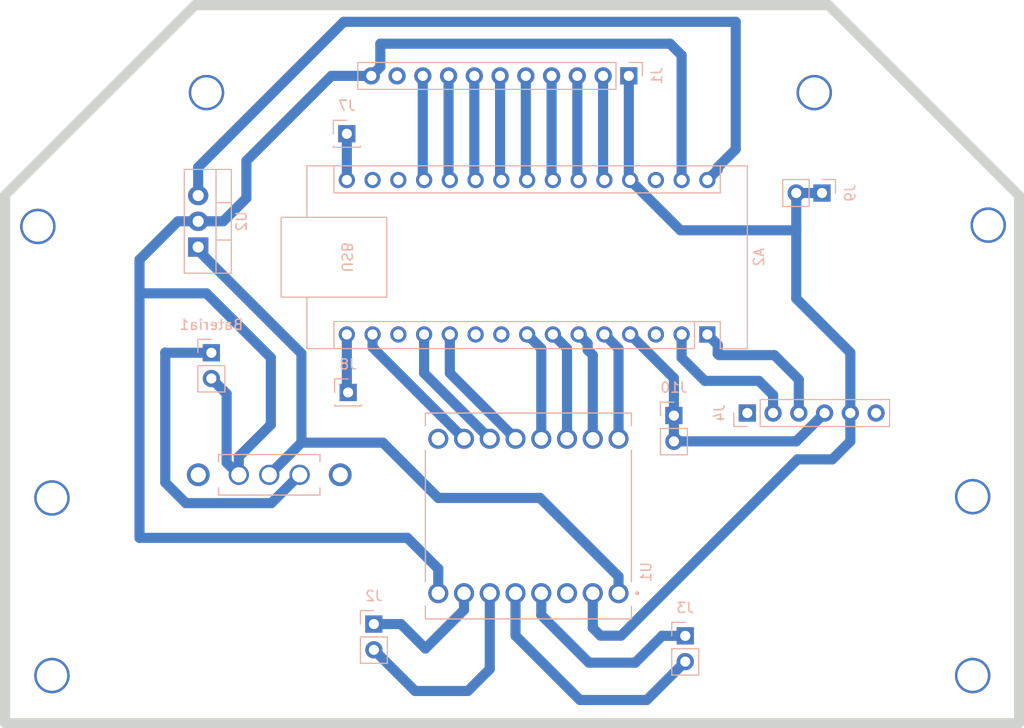
<source format=kicad_pcb>
(kicad_pcb (version 20240108) (generator "pcbnew") (generator_version "8.0")
  (layers (0 "F.Cu" signal) (31 "B.Cu" signal) (34 "B.Paste" user) (35 "F.Paste" user) (36 "B.SilkS" user "B.Silkscreen") (37 "F.SilkS" user "F.Silkscreen") (38 "B.Mask" user) (39 "F.Mask" user) (44 "Edge.Cuts" user))
  (net 0 "")
  (net 3 "Net-(A2-D12)")
  (net 4 "Net-(A2-A1)")
  (net 5 "Net-(A2-A4)")
  (net 7 "Bateria Arduino")
  (net 8 "Net-(A2-A0)")
  (net 9 "Net-(A2-A7)")
  (net 10 "Net-(A2-A6)")
  (net 11 "Net-(A2-A3)")
  (net 12 "Net-(A2-A5)")
  (net 14 "Net-(A2-D13)")
  (net 16 "Net-(A2-D9)")
  (net 18 "Net-(A2-A2)")
  (net 20 "Alimentação sensores")
  (net 21 "Net-(Bateria1-+)")
  (net 22 "Net-(A2-D8)")
  (net 25 "Net-(A2-D3)")
  (net 26 "Net-(A2-D4)")
  (net 27 "Net-(A2-D5)")
  (net 28 "Net-(A2-D2)")
  (net 29 "Net-(A2-D11)")
  (net 30 "GND")
  (net 31 "Net-(J3--)")
  (net 32 "Net-(J2-+)")
  (net 33 "Net-(J2--)")
  (net 34 "Net-(J3-+)")
  (net 35 "Net-(A2-D1{slash}TX)")
  (net 36 "Net-(A2-D0{slash}RX)")
  (net 40 "Net-(U1-VM)")
  (footprint "ROB_14450:MODULE_ROB-14450" (layer "B.Cu") (at 190.110624 134.62 90)
    (property "Reference" "U1" (at -5.5332 11.6132 -90) (layer "B.SilkS") (effects (justify mirror)))
    (property "Value" "ROB-14450")
    (fp_line (start 10.16 -10.16) (end 8.89 -10.16) (stroke (width 0.127)) (layer "B.SilkS"))
    (fp_line (start 6.5 -10.16) (end -6.5 -10.16) (stroke (width 0.127)) (layer "B.SilkS"))
    (fp_line (start -10.16 -10.16) (end -8.89 -10.16) (stroke (width 0.127)) (layer "B.SilkS"))
    (fp_line (start -10.16 -10.16) (end -10.16 10.16) (stroke (width 0.127)) (layer "B.SilkS"))
    (fp_line (start 10.16 10.16) (end 10.16 -10.16) (stroke (width 0.127)) (layer "B.SilkS"))
    (fp_line (start 10.16 10.16) (end 8.89 10.16) (stroke (width 0.127)) (layer "B.SilkS"))
    (fp_line (start 6.5 10.16) (end -6.5 10.16) (stroke (width 0.127)) (layer "B.SilkS"))
    (fp_line (start -10.16 10.16) (end -8.89 10.16) (stroke (width 0.127)) (layer "B.SilkS"))
    (fp_circle (center -7.62 10.7282) (end -7.52 10.7282) (stroke (width 0.2)) (fill none) (layer "B.SilkS"))
    (pad "1" thru_hole circle (at -7.62 8.89 90) (size 1.98 1.98) (drill 1.32) (layers "*.Cu" "*.Mask") (net 40 "Net-(U1-VM)"))
    (pad "2" thru_hole circle (at -7.62 6.35 90) (size 1.98 1.98) (drill 1.32) (layers "*.Cu" "*.Mask") (net 20 "Alimentação sensores"))
    (pad "3" thru_hole circle (at -7.62 3.81 90) (size 1.98 1.98) (drill 1.32) (layers "*.Cu" "*.Mask"))
    (pad "4" thru_hole circle (at -7.62 1.27 90) (size 1.98 1.98) (drill 1.32) (layers "*.Cu" "*.Mask") (net 34 "Net-(J3-+)"))
    (pad "5" thru_hole circle (at -7.62 -1.27 90) (size 1.98 1.98) (drill 1.32) (layers "*.Cu" "*.Mask") (net 31 "Net-(J3--)"))
    (pad "6" thru_hole circle (at -7.62 -3.81 90) (size 1.98 1.98) (drill 1.32) (layers "*.Cu" "*.Mask") (net 33 "Net-(J2--)"))
    (pad "7" thru_hole circle (at -7.62 -6.35 90) (size 1.98 1.98) (drill 1.32) (layers "*.Cu" "*.Mask") (net 32 "Net-(J2-+)"))
    (pad "8" thru_hole circle (at -7.62 -8.89 90) (size 1.98 1.98) (drill 1.32) (layers "*.Cu" "*.Mask") (net 30 "GND"))
    (pad "9" thru_hole circle (at 7.62 -8.89 90) (size 1.98 1.98) (drill 1.32) (layers "*.Cu" "*.Mask"))
    (pad "10" thru_hole circle (at 7.62 -6.35 90) (size 1.98 1.98) (drill 1.32) (layers "*.Cu" "*.Mask") (net 29 "Net-(A2-D11)"))
    (pad "11" thru_hole circle (at 7.62 -3.81 90) (size 1.98 1.98) (drill 1.32) (layers "*.Cu" "*.Mask") (net 16 "Net-(A2-D9)"))
    (pad "12" thru_hole circle (at 7.62 -1.27 90) (size 1.98 1.98) (drill 1.32) (layers "*.Cu" "*.Mask") (net 22 "Net-(A2-D8)"))
    (pad "13" thru_hole circle (at 7.62 1.27 90) (size 1.98 1.98) (drill 1.32) (layers "*.Cu" "*.Mask") (net 27 "Net-(A2-D5)"))
    (pad "14" thru_hole circle (at 7.62 3.81 90) (size 1.98 1.98) (drill 1.32) (layers "*.Cu" "*.Mask") (net 26 "Net-(A2-D4)"))
    (pad "15" thru_hole circle (at 7.62 6.35 90) (size 1.98 1.98) (drill 1.32) (layers "*.Cu" "*.Mask") (net 25 "Net-(A2-D3)"))
    (pad "16" thru_hole circle (at 7.62 8.89 90) (size 1.98 1.98) (drill 1.32) (layers "*.Cu" "*.Mask") (net 28 "Net-(A2-D2)"))
  )
  (footprint "Connector_PinSocket_2.54mm:PinSocket_1x01_P2.54mm_Vertical" (layer "B.Cu") (at 172.203624 96.901 180)
    (property "Reference" "J7" (at 0 2.77 180) (layer "B.SilkS") (effects (justify mirror)))
    (property "Value" "Conector sensor lateral Esquerda")
    (fp_line (start 1.33 1.33) (end 0 1.33) (stroke (width 0.12)) (layer "B.SilkS"))
    (fp_line (start 1.33 0) (end 1.33 1.33) (stroke (width 0.12)) (layer "B.SilkS"))
    (fp_line (start 1.33 -1.33) (end 1.33 -1.21) (stroke (width 0.12)) (layer "B.SilkS"))
    (fp_line (start 1.33 -1.33) (end -1.33 -1.33) (stroke (width 0.12)) (layer "B.SilkS"))
    (fp_line (start -1.33 -1.33) (end -1.33 -1.21) (stroke (width 0.12)) (layer "B.SilkS"))
    (pad "1" thru_hole rect (at 0 0 180) (size 1.7 1.7) (drill 1) (layers "*.Cu" "*.Mask") (net 14 "Net-(A2-D13)"))
  )
  (footprint "Connector_PinSocket_2.54mm:PinSocket_1x01_P2.54mm_Vertical" (layer "B.Cu") (at 172.330624 122.428 180)
    (property "Reference" "J8" (at 0 2.77 180) (layer "B.SilkS") (effects (justify mirror)))
    (property "Value" "Conector sensor lateral Direita")
    (fp_line (start 1.33 1.33) (end 0 1.33) (stroke (width 0.12)) (layer "B.SilkS"))
    (fp_line (start 1.33 0) (end 1.33 1.33) (stroke (width 0.12)) (layer "B.SilkS"))
    (fp_line (start 1.33 -1.33) (end 1.33 -1.21) (stroke (width 0.12)) (layer "B.SilkS"))
    (fp_line (start 1.33 -1.33) (end -1.33 -1.33) (stroke (width 0.12)) (layer "B.SilkS"))
    (fp_line (start -1.33 -1.33) (end -1.33 -1.21) (stroke (width 0.12)) (layer "B.SilkS"))
    (pad "1" thru_hole rect (at 0 0 180) (size 1.7 1.7) (drill 1) (layers "*.Cu" "*.Mask") (net 3 "Net-(A2-D12)"))
  )
  (footprint "Module:Arduino_Nano" (layer "B.Cu") (at 207.763624 116.703 90)
    (property "Reference" "A2" (at 7.62 5.08 -90) (layer "B.SilkS") (effects (justify mirror)))
    (property "Value" "Arduino_Nano_v2.x")
    (fp_line (start 11.56 -42.04) (end 11.56 -31.62) (stroke (width 0.12)) (layer "B.SilkS"))
    (fp_line (start 3.68 -42.04) (end 11.56 -42.04) (stroke (width 0.12)) (layer "B.SilkS"))
    (fp_line (start 11.56 -39.5) (end 16.64 -39.5) (stroke (width 0.12)) (layer "B.SilkS"))
    (fp_line (start 3.68 -39.5) (end -1.4 -39.5) (stroke (width 0.12)) (layer "B.SilkS"))
    (fp_line (start -1.4 -39.5) (end -1.4 -1.27) (stroke (width 0.12)) (layer "B.SilkS"))
    (fp_line (start 16.64 -36.83) (end 13.97 -36.83) (stroke (width 0.12)) (layer "B.SilkS"))
    (fp_line (start 13.97 -36.83) (end 13.97 1.27) (stroke (width 0.12)) (layer "B.SilkS"))
    (fp_line (start 1.27 -36.83) (end 1.27 -1.27) (stroke (width 0.12)) (layer "B.SilkS"))
    (fp_line (start -1.4 -36.83) (end 1.27 -36.83) (stroke (width 0.12)) (layer "B.SilkS"))
    (fp_line (start 11.56 -31.62) (end 3.68 -31.62) (stroke (width 0.12)) (layer "B.SilkS"))
    (fp_line (start 3.68 -31.62) (end 3.68 -42.04) (stroke (width 0.12)) (layer "B.SilkS"))
    (fp_line (start -1.4 -1.27) (end 1.27 -1.27) (stroke (width 0.12)) (layer "B.SilkS"))
    (fp_line (start 16.64 1.27) (end 13.97 1.27) (stroke (width 0.12)) (layer "B.SilkS"))
    (fp_line (start 1.27 1.27) (end 1.27 -1.27) (stroke (width 0.12)) (layer "B.SilkS"))
    (fp_line (start -1.4 1.27) (end 1.27 1.27) (stroke (width 0.12)) (layer "B.SilkS"))
    (fp_line (start -1.4 1.27) (end -1.4 3.94) (stroke (width 0.12)) (layer "B.SilkS"))
    (fp_line (start 16.64 3.94) (end 16.64 -39.5) (stroke (width 0.12)) (layer "B.SilkS"))
    (fp_line (start -1.4 3.94) (end 16.64 3.94) (stroke (width 0.12)) (layer "B.SilkS"))
    (fp_text user "USB" (at 7.62 -35.56 -90) (layer "B.SilkS") (effects (justify mirror)))
    (pad "1" thru_hole rect (at 0 0 90) (size 1.6 1.6) (drill 1) (layers "*.Cu" "*.Mask") (net 35 "Net-(A2-D1{slash}TX)"))
    (pad "2" thru_hole oval (at 0 -2.54 90) (size 1.6 1.6) (drill 1) (layers "*.Cu" "*.Mask") (net 36 "Net-(A2-D0{slash}RX)"))
    (pad "3" thru_hole oval (at 0 -5.08 90) (size 1.6 1.6) (drill 1) (layers "*.Cu" "*.Mask"))
    (pad "4" thru_hole oval (at 0 -7.62 90) (size 1.6 1.6) (drill 1) (layers "*.Cu" "*.Mask") (net 30 "GND"))
    (pad "5" thru_hole oval (at 0 -10.16 90) (size 1.6 1.6) (drill 1) (layers "*.Cu" "*.Mask") (net 28 "Net-(A2-D2)"))
    (pad "6" thru_hole oval (at 0 -12.7 90) (size 1.6 1.6) (drill 1) (layers "*.Cu" "*.Mask") (net 25 "Net-(A2-D3)"))
    (pad "7" thru_hole oval (at 0 -15.24 90) (size 1.6 1.6) (drill 1) (layers "*.Cu" "*.Mask") (net 26 "Net-(A2-D4)"))
    (pad "8" thru_hole oval (at 0 -17.78 90) (size 1.6 1.6) (drill 1) (layers "*.Cu" "*.Mask") (net 27 "Net-(A2-D5)"))
    (pad "9" thru_hole oval (at 0 -20.32 90) (size 1.6 1.6) (drill 1) (layers "*.Cu" "*.Mask"))
    (pad "10" thru_hole oval (at 0 -22.86 90) (size 1.6 1.6) (drill 1) (layers "*.Cu" "*.Mask"))
    (pad "11" thru_hole oval (at 0 -25.4 90) (size 1.6 1.6) (drill 1) (layers "*.Cu" "*.Mask") (net 22 "Net-(A2-D8)"))
    (pad "12" thru_hole oval (at 0 -27.94 90) (size 1.6 1.6) (drill 1) (layers "*.Cu" "*.Mask") (net 16 "Net-(A2-D9)"))
    (pad "13" thru_hole oval (at 0 -30.48 90) (size 1.6 1.6) (drill 1) (layers "*.Cu" "*.Mask"))
    (pad "14" thru_hole oval (at 0 -33.02 90) (size 1.6 1.6) (drill 1) (layers "*.Cu" "*.Mask") (net 29 "Net-(A2-D11)"))
    (pad "15" thru_hole oval (at 0 -35.56 90) (size 1.6 1.6) (drill 1) (layers "*.Cu" "*.Mask") (net 3 "Net-(A2-D12)"))
    (pad "16" thru_hole oval (at 15.24 -35.56 90) (size 1.6 1.6) (drill 1) (layers "*.Cu" "*.Mask") (net 14 "Net-(A2-D13)"))
    (pad "17" thru_hole oval (at 15.24 -33.02 90) (size 1.6 1.6) (drill 1) (layers "*.Cu" "*.Mask"))
    (pad "18" thru_hole oval (at 15.24 -30.48 90) (size 1.6 1.6) (drill 1) (layers "*.Cu" "*.Mask"))
    (pad "19" thru_hole oval (at 15.24 -27.94 90) (size 1.6 1.6) (drill 1) (layers "*.Cu" "*.Mask") (net 8 "Net-(A2-A0)"))
    (pad "20" thru_hole oval (at 15.24 -25.4 90) (size 1.6 1.6) (drill 1) (layers "*.Cu" "*.Mask") (net 4 "Net-(A2-A1)"))
    (pad "21" thru_hole oval (at 15.24 -22.86 90) (size 1.6 1.6) (drill 1) (layers "*.Cu" "*.Mask") (net 18 "Net-(A2-A2)"))
    (pad "22" thru_hole oval (at 15.24 -20.32 90) (size 1.6 1.6) (drill 1) (layers "*.Cu" "*.Mask") (net 11 "Net-(A2-A3)"))
    (pad "23" thru_hole oval (at 15.24 -17.78 90) (size 1.6 1.6) (drill 1) (layers "*.Cu" "*.Mask") (net 5 "Net-(A2-A4)"))
    (pad "24" thru_hole oval (at 15.24 -15.24 90) (size 1.6 1.6) (drill 1) (layers "*.Cu" "*.Mask") (net 12 "Net-(A2-A5)"))
    (pad "25" thru_hole oval (at 15.24 -12.7 90) (size 1.6 1.6) (drill 1) (layers "*.Cu" "*.Mask") (net 10 "Net-(A2-A6)"))
    (pad "26" thru_hole oval (at 15.24 -10.16 90) (size 1.6 1.6) (drill 1) (layers "*.Cu" "*.Mask") (net 9 "Net-(A2-A7)"))
    (pad "27" thru_hole oval (at 15.24 -7.62 90) (size 1.6 1.6) (drill 1) (layers "*.Cu" "*.Mask") (net 20 "Alimentação sensores"))
    (pad "28" thru_hole oval (at 15.24 -5.08 90) (size 1.6 1.6) (drill 1) (layers "*.Cu" "*.Mask"))
    (pad "29" thru_hole oval (at 15.24 -2.54 90) (size 1.6 1.6) (drill 1) (layers "*.Cu" "*.Mask") (net 30 "GND"))
    (pad "30" thru_hole oval (at 15.24 0 90) (size 1.6 1.6) (drill 1) (layers "*.Cu" "*.Mask") (net 7 "Bateria Arduino"))
  )
  (footprint "Connector_PinSocket_2.54mm:PinSocket_1x02_P2.54mm_Vertical" (layer "B.Cu") (at 219.066624 102.743 90)
    (property "Reference" "J9" (at 0 2.77 -90) (layer "B.SilkS") (effects (justify mirror)))
    (property "Value" "VCC pinos")
    (fp_line (start 1.33 -3.87) (end -1.33 -3.87) (stroke (width 0.12)) (layer "B.SilkS"))
    (fp_line (start 1.33 -3.87) (end 1.33 -1.27) (stroke (width 0.12)) (layer "B.SilkS"))
    (fp_line (start -1.33 -3.87) (end -1.33 -1.27) (stroke (width 0.12)) (layer "B.SilkS"))
    (fp_line (start 1.33 -1.27) (end -1.33 -1.27) (stroke (width 0.12)) (layer "B.SilkS"))
    (fp_line (start 1.33 0) (end 1.33 1.33) (stroke (width 0.12)) (layer "B.SilkS"))
    (fp_line (start 1.33 1.33) (end 0 1.33) (stroke (width 0.12)) (layer "B.SilkS"))
    (pad "1" thru_hole rect (at 0 0 90) (size 1.7 1.7) (drill 1) (layers "*.Cu" "*.Mask") (net 20 "Alimentação sensores"))
    (pad "2" thru_hole oval (at 0 -2.54 90) (size 1.7 1.7) (drill 1) (layers "*.Cu" "*.Mask") (net 20 "Alimentação sensores"))
  )
  (footprint "Connector_PinSocket_2.54mm:PinSocket_1x02_P2.54mm_Vertical" (layer "B.Cu") (at 158.843624 118.511 180)
    (property "Reference" "Bateria1" (at 0 2.77 180) (layer "B.SilkS") (effects (justify mirror)))
    (property "Value" "Entrada bateria")
    (fp_line (start 1.33 1.33) (end 0 1.33) (stroke (width 0.12)) (layer "B.SilkS"))
    (fp_line (start 1.33 0) (end 1.33 1.33) (stroke (width 0.12)) (layer "B.SilkS"))
    (fp_line (start 1.33 -1.27) (end -1.33 -1.27) (stroke (width 0.12)) (layer "B.SilkS"))
    (fp_line (start 1.33 -3.87) (end 1.33 -1.27) (stroke (width 0.12)) (layer "B.SilkS"))
    (fp_line (start 1.33 -3.87) (end -1.33 -3.87) (stroke (width 0.12)) (layer "B.SilkS"))
    (fp_line (start -1.33 -3.87) (end -1.33 -1.27) (stroke (width 0.12)) (layer "B.SilkS"))
    (pad "1" thru_hole rect (at 0 0 180) (size 1.7 1.7) (drill 1) (layers "*.Cu" "*.Mask") (net 21 "Net-(Bateria1-+)"))
    (pad "2" thru_hole oval (at 0 -2.54 180) (size 1.7 1.7) (drill 1) (layers "*.Cu" "*.Mask") (net 30 "GND"))
  )
  (footprint "Connector_PinSocket_2.54mm:PinSocket_1x11_P2.54mm_Vertical" (layer "B.Cu") (at 200.016624 91.186 90)
    (property "Reference" "J1" (at 0 2.77 -90) (layer "B.SilkS") (effects (justify mirror)))
    (property "Value" "Conn_01x11_Pin")
    (fp_line (start 1.33 -26.73) (end -1.33 -26.73) (stroke (width 0.12)) (layer "B.SilkS"))
    (fp_line (start 1.33 -26.73) (end 1.33 -1.27) (stroke (width 0.12)) (layer "B.SilkS"))
    (fp_line (start -1.33 -26.73) (end -1.33 -1.27) (stroke (width 0.12)) (layer "B.SilkS"))
    (fp_line (start 1.33 -1.27) (end -1.33 -1.27) (stroke (width 0.12)) (layer "B.SilkS"))
    (fp_line (start 1.33 0) (end 1.33 1.33) (stroke (width 0.12)) (layer "B.SilkS"))
    (fp_line (start 1.33 1.33) (end 0 1.33) (stroke (width 0.12)) (layer "B.SilkS"))
    (pad "1" thru_hole rect (at 0 0 90) (size 1.7 1.7) (drill 1) (layers "*.Cu" "*.Mask") (net 20 "Alimentação sensores"))
    (pad "2" thru_hole oval (at 0 -2.54 90) (size 1.7 1.7) (drill 1) (layers "*.Cu" "*.Mask") (net 9 "Net-(A2-A7)"))
    (pad "3" thru_hole oval (at 0 -5.08 90) (size 1.7 1.7) (drill 1) (layers "*.Cu" "*.Mask") (net 10 "Net-(A2-A6)"))
    (pad "4" thru_hole oval (at 0 -7.62 90) (size 1.7 1.7) (drill 1) (layers "*.Cu" "*.Mask") (net 12 "Net-(A2-A5)"))
    (pad "5" thru_hole oval (at 0 -10.16 90) (size 1.7 1.7) (drill 1) (layers "*.Cu" "*.Mask") (net 5 "Net-(A2-A4)"))
    (pad "6" thru_hole oval (at 0 -12.7 90) (size 1.7 1.7) (drill 1) (layers "*.Cu" "*.Mask") (net 11 "Net-(A2-A3)"))
    (pad "7" thru_hole oval (at 0 -15.24 90) (size 1.7 1.7) (drill 1) (layers "*.Cu" "*.Mask") (net 18 "Net-(A2-A2)"))
    (pad "8" thru_hole oval (at 0 -17.78 90) (size 1.7 1.7) (drill 1) (layers "*.Cu" "*.Mask") (net 4 "Net-(A2-A1)"))
    (pad "9" thru_hole oval (at 0 -20.32 90) (size 1.7 1.7) (drill 1) (layers "*.Cu" "*.Mask") (net 8 "Net-(A2-A0)"))
    (pad "10" thru_hole oval (at 0 -22.86 90) (size 1.7 1.7) (drill 1) (layers "*.Cu" "*.Mask"))
    (pad "11" thru_hole oval (at 0 -25.4 90) (size 1.7 1.7) (drill 1) (layers "*.Cu" "*.Mask") (net 30 "GND"))
  )
  (footprint "Connector_PinSocket_2.54mm:PinSocket_1x02_P2.54mm_Vertical" (layer "B.Cu") (at 174.870624 145.288 180)
    (property "Reference" "J2" (at 0 2.77 180) (layer "B.SilkS") (effects (justify mirror)))
    (property "Value" "Motor 1")
    (fp_line (start 1.33 1.33) (end 0 1.33) (stroke (width 0.12)) (layer "B.SilkS"))
    (fp_line (start 1.33 0) (end 1.33 1.33) (stroke (width 0.12)) (layer "B.SilkS"))
    (fp_line (start 1.33 -1.27) (end -1.33 -1.27) (stroke (width 0.12)) (layer "B.SilkS"))
    (fp_line (start 1.33 -3.87) (end 1.33 -1.27) (stroke (width 0.12)) (layer "B.SilkS"))
    (fp_line (start 1.33 -3.87) (end -1.33 -3.87) (stroke (width 0.12)) (layer "B.SilkS"))
    (fp_line (start -1.33 -3.87) (end -1.33 -1.27) (stroke (width 0.12)) (layer "B.SilkS"))
    (pad "1" thru_hole rect (at 0 0 180) (size 1.7 1.7) (drill 1) (layers "*.Cu" "*.Mask") (net 32 "Net-(J2-+)"))
    (pad "2" thru_hole oval (at 0 -2.54 180) (size 1.7 1.7) (drill 1) (layers "*.Cu" "*.Mask") (net 33 "Net-(J2--)"))
  )
  (footprint "Package_TO_SOT_THT:TO-220-3_Vertical" (layer "B.Cu") (at 157.542624 108.077 90)
    (property "Reference" "U2" (at 2.54 4.27 -90) (layer "B.SilkS") (effects (justify mirror)))
    (property "Value" "LM7805_TO220")
    (fp_line (start 7.66 -1.371) (end -2.58 -1.371) (stroke (width 0.12)) (layer "B.SilkS"))
    (fp_line (start 7.66 -1.371) (end 7.66 3.27) (stroke (width 0.12)) (layer "B.SilkS"))
    (fp_line (start -2.58 -1.371) (end -2.58 3.27) (stroke (width 0.12)) (layer "B.SilkS"))
    (fp_line (start 7.66 1.76) (end -2.58 1.76) (stroke (width 0.12)) (layer "B.SilkS"))
    (fp_line (start 4.391 1.76) (end 4.391 3.27) (stroke (width 0.12)) (layer "B.SilkS"))
    (fp_line (start 0.69 1.76) (end 0.69 3.27) (stroke (width 0.12)) (layer "B.SilkS"))
    (fp_line (start 7.66 3.27) (end -2.58 3.27) (stroke (width 0.12)) (layer "B.SilkS"))
    (pad "1" thru_hole rect (at 0 0 90) (size 1.905 2) (drill 1.1) (layers "*.Cu" "*.Mask") (net 40 "Net-(U1-VM)"))
    (pad "2" thru_hole oval (at 2.54 0 90) (size 1.905 2) (drill 1.1) (layers "*.Cu" "*.Mask") (net 30 "GND"))
    (pad "3" thru_hole oval (at 5.08 0 90) (size 1.905 2) (drill 1.1) (layers "*.Cu" "*.Mask") (net 7 "Bateria Arduino"))
  )
  (footprint "Connector_PinSocket_2.54mm:PinSocket_1x06_P2.54mm_Vertical" (layer "B.Cu") (at 211.700624 124.46 -90)
    (property "Reference" "J4" (at 0 2.77 90) (layer "B.SilkS") (effects (justify mirror)))
    (property "Value" "Modulo bluetooth")
    (fp_line (start 1.33 1.33) (end 0 1.33) (stroke (width 0.12)) (layer "B.SilkS"))
    (fp_line (start 1.33 0) (end 1.33 1.33) (stroke (width 0.12)) (layer "B.SilkS"))
    (fp_line (start 1.33 -1.27) (end -1.33 -1.27) (stroke (width 0.12)) (layer "B.SilkS"))
    (fp_line (start -1.33 -14.03) (end -1.33 -1.27) (stroke (width 0.12)) (layer "B.SilkS"))
    (fp_line (start 1.33 -14.03) (end 1.33 -1.27) (stroke (width 0.12)) (layer "B.SilkS"))
    (fp_line (start 1.33 -14.03) (end -1.33 -14.03) (stroke (width 0.12)) (layer "B.SilkS"))
    (pad "1" thru_hole rect (at 0 0 270) (size 1.7 1.7) (drill 1) (layers "*.Cu" "*.Mask"))
    (pad "2" thru_hole oval (at 0 -2.54 270) (size 1.7 1.7) (drill 1) (layers "*.Cu" "*.Mask") (net 36 "Net-(A2-D0{slash}RX)"))
    (pad "3" thru_hole oval (at 0 -5.08 270) (size 1.7 1.7) (drill 1) (layers "*.Cu" "*.Mask") (net 35 "Net-(A2-D1{slash}TX)"))
    (pad "4" thru_hole oval (at 0 -7.62 270) (size 1.7 1.7) (drill 1) (layers "*.Cu" "*.Mask") (net 30 "GND"))
    (pad "5" thru_hole oval (at 0 -10.16 270) (size 1.7 1.7) (drill 1) (layers "*.Cu" "*.Mask") (net 20 "Alimentação sensores"))
    (pad "6" thru_hole oval (at 0 -12.7 270) (size 1.7 1.7) (drill 1) (layers "*.Cu" "*.Mask"))
  )
  (footprint "Connector_PinSocket_2.54mm:PinSocket_1x02_P2.54mm_Vertical" (layer "B.Cu") (at 205.579624 146.451 180)
    (property "Reference" "J3" (at 0 2.77 180) (layer "B.SilkS") (effects (justify mirror)))
    (property "Value" "Motor 1")
    (fp_line (start 1.33 1.33) (end 0 1.33) (stroke (width 0.12)) (layer "B.SilkS"))
    (fp_line (start 1.33 0) (end 1.33 1.33) (stroke (width 0.12)) (layer "B.SilkS"))
    (fp_line (start 1.33 -1.27) (end -1.33 -1.27) (stroke (width 0.12)) (layer "B.SilkS"))
    (fp_line (start 1.33 -3.87) (end 1.33 -1.27) (stroke (width 0.12)) (layer "B.SilkS"))
    (fp_line (start 1.33 -3.87) (end -1.33 -3.87) (stroke (width 0.12)) (layer "B.SilkS"))
    (fp_line (start -1.33 -3.87) (end -1.33 -1.27) (stroke (width 0.12)) (layer "B.SilkS"))
    (pad "1" thru_hole rect (at 0 0 180) (size 1.7 1.7) (drill 1) (layers "*.Cu" "*.Mask") (net 34 "Net-(J3-+)"))
    (pad "2" thru_hole oval (at 0 -2.54 180) (size 1.7 1.7) (drill 1) (layers "*.Cu" "*.Mask") (net 31 "Net-(J3--)"))
  )
  (footprint "EG1213:SW_EG1213" (layer "B.Cu") (at 164.551624 130.556 180)
    (property "Reference" "S1" (at 0 0 180) (layer "B.SilkS") (effects (font (size 0.787402 0.787402)) (justify mirror)))
    (property "Value" "EG1213" (hide yes))
    (fp_line (start 5 2) (end -5 2) (stroke (width 0.127)) (layer "B.SilkS"))
    (fp_line (start 5 1.3) (end 5 2) (stroke (width 0.127)) (layer "B.SilkS"))
    (fp_line (start 5 -2) (end 5 -1.3) (stroke (width 0.127)) (layer "B.SilkS"))
    (fp_line (start 2 -2) (end 5 -2) (stroke (width 0.127)) (layer "B.SilkS"))
    (fp_line (start 0 -2) (end 2 -2) (stroke (width 0.127)) (layer "B.SilkS"))
    (fp_line (start -2 -2) (end 0 -2) (stroke (width 0.127)) (layer "B.SilkS"))
    (fp_line (start -5 1.3) (end -5 2) (stroke (width 0.127)) (layer "B.SilkS"))
    (fp_line (start -5 -2) (end -2 -2) (stroke (width 0.127)) (layer "B.SilkS"))
    (fp_line (start -5 -2) (end -5 -1.3) (stroke (width 0.127)) (layer "B.SilkS"))
    (pad "1" thru_hole circle (at -3 0 180) (size 2 2) (drill 1.5) (layers "*.Cu" "*.Mask") (net 21 "Net-(Bateria1-+)"))
    (pad "2" thru_hole circle (at 0 0 180) (size 2 2) (drill 1.5) (layers "*.Cu" "*.Mask") (net 40 "Net-(U1-VM)"))
    (pad "3" thru_hole circle (at 3 0 180) (size 2 2) (drill 1.5) (layers "*.Cu" "*.Mask") (net 30 "GND"))
    (pad "P$4" thru_hole circle (at -7 0 180) (size 2.25 2.25) (drill 1.5) (layers "*.Cu" "*.Mask"))
    (pad "P$5" thru_hole circle (at 7 0 180) (size 2.25 2.25) (drill 1.5) (layers "*.Cu" "*.Mask"))
  )
  (footprint "Connector_PinSocket_2.54mm:PinSocket_1x02_P2.54mm_Vertical" (layer "B.Cu") (at 204.461624 124.714 180)
    (property "Reference" "J10" (at 0 2.77 180) (layer "B.SilkS") (effects (justify mirror)))
    (property "Value" "GND pinos")
    (fp_line (start 1.33 1.33) (end 0 1.33) (stroke (width 0.12)) (layer "B.SilkS"))
    (fp_line (start 1.33 0) (end 1.33 1.33) (stroke (width 0.12)) (layer "B.SilkS"))
    (fp_line (start 1.33 -1.27) (end -1.33 -1.27) (stroke (width 0.12)) (layer "B.SilkS"))
    (fp_line (start 1.33 -3.87) (end 1.33 -1.27) (stroke (width 0.12)) (layer "B.SilkS"))
    (fp_line (start 1.33 -3.87) (end -1.33 -3.87) (stroke (width 0.12)) (layer "B.SilkS"))
    (fp_line (start -1.33 -3.87) (end -1.33 -1.27) (stroke (width 0.12)) (layer "B.SilkS"))
    (pad "1" thru_hole rect (at 0 0 180) (size 1.7 1.7) (drill 1) (layers "*.Cu" "*.Mask") (net 30 "GND"))
    (pad "2" thru_hole oval (at 0 -2.54 180) (size 1.7 1.7) (drill 1) (layers "*.Cu" "*.Mask") (net 30 "GND"))
  )
  (gr_line (start 138.497624 102.955) (end 138.497624 155.067) (stroke (width 1)) (layer "Edge.Cuts"))
  (gr_line (start 219.699058 84.201) (end 157.217624 84.201) (stroke (width 1)) (layer "Edge.Cuts"))
  (gr_line (start 238.461059 102.963001) (end 219.699058 84.201) (stroke (width 1)) (layer "Edge.Cuts"))
  (gr_line (start 157.255778 84.196846) (end 138.497624 102.955) (stroke (width 1)) (layer "Edge.Cuts"))
  (gr_line (start 219.699058 84.201) (end 157.217624 84.201) (stroke (width 0.05)) (layer "Edge.Cuts"))
  (gr_line (start 238.461059 155.067) (end 238.461059 102.963001) (stroke (width 0.05)) (layer "Edge.Cuts"))
  (gr_line (start 138.497624 155.067) (end 238.497624 155.067) (stroke (width 1)) (layer "Edge.Cuts"))
  (gr_line (start 238.497624 155.067) (end 238.497624 102.955) (stroke (width 1)) (layer "Edge.Cuts"))
  (via (at 235.458 105.918) (size 3.5) (drill 3) (layers "F.Cu" "B.Cu") (net 0))
  (via (at 143.120624 150.368) (size 3.5) (drill 3) (layers "F.Cu" "B.Cu") (net 0))
  (via (at 158.360624 92.837) (size 3.5) (drill 3) (layers "F.Cu" "B.Cu") (net 0))
  (via (at 218.304624 92.837) (size 3.5) (drill 3) (layers "F.Cu" "B.Cu") (net 0))
  (via (at 143.120624 132.842) (size 3.5) (drill 3) (layers "F.Cu" "B.Cu") (net 0))
  (via (at 141.732 106.045) (size 3.5) (drill 3) (layers "F.Cu" "B.Cu") (net 0))
  (via (at 233.925624 132.715) (size 3.5) (drill 3) (layers "F.Cu" "B.Cu") (net 0))
  (via (at 233.925624 150.368) (size 3.5) (drill 3) (layers "F.Cu" "B.Cu") (net 0))
  (segment (start 172.203624 116.703) (end 172.203624 122.301) (width 1) (layer "B.Cu") (net 3))
  (segment (start 172.203624 122.301) (end 172.330624 122.428) (width 1) (layer "B.Cu") (net 3))
  (segment (start 182.236624 101.336) (end 182.363624 101.463) (width 1) (layer "B.Cu") (net 4))
  (segment (start 182.236624 91.186) (end 182.236624 101.336) (width 1) (layer "B.Cu") (net 4))
  (segment (start 189.856624 91.186) (end 189.856624 101.336) (width 1) (layer "B.Cu") (net 5))
  (segment (start 189.856624 101.336) (end 189.983624 101.463) (width 1) (layer "B.Cu") (net 5))
  (segment (start 208.779624 100.203) (end 210.557624 98.425) (width 1) (layer "B.Cu") (net 7))
  (segment (start 210.557624 85.852) (end 171.893624 85.852) (width 1) (layer "B.Cu") (net 7))
  (segment (start 207.763624 101.463) (end 208.779624 100.447) (width 1) (layer "B.Cu") (net 7))
  (segment (start 210.557624 98.425) (end 210.557624 85.852) (width 1) (layer "B.Cu") (net 7))
  (segment (start 208.779624 100.447) (end 208.779624 100.203) (width 1) (layer "B.Cu") (net 7))
  (segment (start 171.893624 85.852) (end 157.542624 100.203) (width 1) (layer "B.Cu") (net 7))
  (segment (start 157.542624 100.203) (end 157.542624 102.997) (width 1) (layer "B.Cu") (net 7))
  (segment (start 179.696624 91.186) (end 179.696624 101.336) (width 1) (layer "B.Cu") (net 8))
  (segment (start 179.696624 101.336) (end 179.823624 101.463) (width 1) (layer "B.Cu") (net 8))
  (segment (start 197.476624 91.186) (end 197.476624 101.336) (width 1) (layer "B.Cu") (net 9))
  (segment (start 197.476624 101.336) (end 197.603624 101.463) (width 1) (layer "B.Cu") (net 9))
  (segment (start 194.936624 91.186) (end 194.936624 101.336) (width 1) (layer "B.Cu") (net 10))
  (segment (start 194.936624 101.336) (end 195.063624 101.463) (width 1) (layer "B.Cu") (net 10))
  (segment (start 187.316624 101.336) (end 187.443624 101.463) (width 1) (layer "B.Cu") (net 11))
  (segment (start 187.316624 91.186) (end 187.316624 101.336) (width 1) (layer "B.Cu") (net 11))
  (segment (start 192.396624 101.336) (end 192.523624 101.463) (width 1) (layer "B.Cu") (net 12))
  (segment (start 192.396624 91.186) (end 192.396624 101.336) (width 1) (layer "B.Cu") (net 12))
  (segment (start 172.203624 101.463) (end 172.203624 96.901) (width 1) (layer "B.Cu") (net 14))
  (segment (start 186.300624 127) (end 179.823624 120.523) (width 1) (layer "B.Cu") (net 16))
  (segment (start 179.823624 120.523) (end 179.823624 116.703) (width 1) (layer "B.Cu") (net 16))
  (segment (start 184.776624 101.336) (end 184.903624 101.463) (width 1) (layer "B.Cu") (net 18))
  (segment (start 184.776624 91.186) (end 184.776624 101.336) (width 1) (layer "B.Cu") (net 18))
  (segment (start 196.460624 142.24) (end 196.460624 145.669) (width 1) (layer "B.Cu") (net 20))
  (segment (start 200.143624 101.463) (end 205.106624 106.426) (width 1) (layer "B.Cu") (net 20))
  (segment (start 221.860624 118.491) (end 221.860624 124.46) (width 1) (layer "B.Cu") (net 20))
  (segment (start 200.016624 101.336) (end 200.143624 101.463) (width 1) (layer "B.Cu") (net 20))
  (segment (start 199.254624 146.431) (end 216.653624 129.032) (width 1) (layer "B.Cu") (net 20))
  (segment (start 196.460624 145.669) (end 197.222624 146.431) (width 1) (layer "B.Cu") (net 20))
  (segment (start 200.016624 91.186) (end 200.016624 101.336) (width 1) (layer "B.Cu") (net 20))
  (segment (start 216.526624 102.743) (end 219.066624 102.743) (width 1) (layer "B.Cu") (net 20))
  (segment (start 216.526624 113.157) (end 221.860624 118.491) (width 1) (layer "B.Cu") (net 20))
  (segment (start 197.222624 146.431) (end 199.254624 146.431) (width 1) (layer "B.Cu") (net 20))
  (segment (start 205.106624 106.426) (end 216.526624 106.426) (width 1) (layer "B.Cu") (net 20))
  (segment (start 216.526624 106.426) (end 216.526624 113.157) (width 1) (layer "B.Cu") (net 20))
  (segment (start 221.860624 127.254) (end 221.860624 124.46) (width 1) (layer "B.Cu") (net 20))
  (segment (start 220.082624 129.032) (end 221.860624 127.254) (width 1) (layer "B.Cu") (net 20))
  (segment (start 216.526624 106.426) (end 216.526624 102.743) (width 1) (layer "B.Cu") (net 20))
  (segment (start 216.653624 129.032) (end 220.082624 129.032) (width 1) (layer "B.Cu") (net 20))
  (segment (start 156.328624 133.35) (end 164.757624 133.35) (width 1) (layer "B.Cu") (net 21))
  (segment (start 158.843624 118.511) (end 154.316624 118.511) (width 1) (layer "B.Cu") (net 21))
  (segment (start 154.296624 131.318) (end 156.328624 133.35) (width 1) (layer "B.Cu") (net 21))
  (segment (start 154.296624 118.491) (end 154.296624 131.318) (width 1) (layer "B.Cu") (net 21))
  (segment (start 154.316624 118.511) (end 154.296624 118.491) (width 1) (layer "B.Cu") (net 21))
  (segment (start 164.757624 133.35) (end 167.551624 130.556) (width 1) (layer "B.Cu") (net 21))
  (segment (start 182.363624 120.523) (end 182.363624 116.703) (width 1) (layer "B.Cu") (net 22))
  (segment (start 188.840624 127) (end 182.363624 120.523) (width 1) (layer "B.Cu") (net 22))
  (segment (start 196.460624 118.745) (end 195.952624 118.237) (width 1) (layer "B.Cu") (net 25))
  (segment (start 196.460624 127) (end 196.460624 118.745) (width 1) (layer "B.Cu") (net 25))
  (segment (start 195.952624 118.237) (end 195.952624 117.592) (width 1) (layer "B.Cu") (net 25))
  (segment (start 195.952624 117.592) (end 195.063624 116.703) (width 1) (layer "B.Cu") (net 25))
  (segment (start 193.920624 118.1) (end 192.523624 116.703) (width 1) (layer "B.Cu") (net 26))
  (segment (start 193.920624 127) (end 193.920624 118.1) (width 1) (layer "B.Cu") (net 26))
  (segment (start 191.380624 127) (end 191.380624 118.1) (width 1) (layer "B.Cu") (net 27))
  (segment (start 191.380624 118.1) (end 189.983624 116.703) (width 1) (layer "B.Cu") (net 27))
  (segment (start 199.000624 118.1) (end 197.603624 116.703) (width 1) (layer "B.Cu") (net 28))
  (segment (start 199.000624 127) (end 199.000624 118.1) (width 1) (layer "B.Cu") (net 28))
  (segment (start 183.760624 127) (end 174.743624 117.983) (width 1) (layer "B.Cu") (net 29))
  (segment (start 174.743624 117.983) (end 174.743624 116.703) (width 1) (layer "B.Cu") (net 29))
  (segment (start 160.347624 129.352) (end 161.551624 130.556) (width 1) (layer "B.Cu") (net 30))
  (segment (start 160.347624 122.555) (end 160.347624 129.352) (width 1) (layer "B.Cu") (net 30))
  (segment (start 157.542624 105.537) (end 160.011624 105.537) (width 1) (layer "B.Cu") (net 30))
  (segment (start 174.616624 91.186) (end 175.505624 90.297) (width 1) (layer "B.Cu") (net 30))
  (segment (start 160.011624 105.537) (end 162.297624 103.251) (width 1) (layer "B.Cu") (net 30))
  (segment (start 181.220624 139.827) (end 178.172624 136.779) (width 1) (layer "B.Cu") (net 30))
  (segment (start 204.461624 127.254) (end 216.526624 127.254) (width 1) (layer "B.Cu") (net 30))
  (segment (start 170.679624 91.186) (end 174.616624 91.186) (width 1) (layer "B.Cu") (net 30))
  (segment (start 204.461624 121.021) (end 200.143624 116.703) (width 1) (layer "B.Cu") (net 30))
  (segment (start 155.542624 105.537) (end 157.542624 105.537) (width 1) (layer "B.Cu") (net 30))
  (segment (start 204.461624 124.714) (end 204.461624 121.021) (width 1) (layer "B.Cu") (net 30))
  (segment (start 181.220624 142.24) (end 181.220624 139.827) (width 1) (layer "B.Cu") (net 30))
  (segment (start 160.347624 122.555) (end 158.843624 121.051) (width 1) (layer "B.Cu") (net 30))
  (segment (start 162.297624 103.251) (end 162.297624 99.568) (width 1) (layer "B.Cu") (net 30))
  (segment (start 175.505624 90.297) (end 175.505624 88.011) (width 1) (layer "B.Cu") (net 30))
  (segment (start 162.297624 99.568) (end 170.679624 91.186) (width 1) (layer "B.Cu") (net 30))
  (segment (start 151.756624 112.649) (end 158.360624 112.649) (width 1) (layer "B.Cu") (net 30))
  (segment (start 204.080624 88.011) (end 205.223624 89.154) (width 1) (layer "B.Cu") (net 30))
  (segment (start 178.172624 136.779) (end 151.756624 136.779) (width 1) (layer "B.Cu") (net 30))
  (segment (start 151.756624 109.323) (end 155.542624 105.537) (width 1) (layer "B.Cu") (net 30))
  (segment (start 216.526624 127.254) (end 219.320624 124.46) (width 1) (layer "B.Cu") (net 30))
  (segment (start 204.461624 124.714) (end 204.461624 127.254) (width 1) (layer "B.Cu") (net 30))
  (segment (start 205.223624 89.154) (end 205.223624 101.463) (width 1) (layer "B.Cu") (net 30))
  (segment (start 175.505624 88.011) (end 204.080624 88.011) (width 1) (layer "B.Cu") (net 30))
  (segment (start 158.360624 112.649) (end 164.710624 118.999) (width 1) (layer "B.Cu") (net 30))
  (segment (start 161.551624 128.762) (end 161.551624 130.556) (width 1) (layer "B.Cu") (net 30))
  (segment (start 164.710624 118.999) (end 164.710624 125.603) (width 1) (layer "B.Cu") (net 30))
  (segment (start 164.710624 125.603) (end 161.551624 128.762) (width 1) (layer "B.Cu") (net 30))
  (segment (start 151.756624 136.779) (end 151.756624 112.649) (width 1) (layer "B.Cu") (net 30))
  (segment (start 151.756624 112.649) (end 151.756624 109.323) (width 1) (layer "B.Cu") (net 30))
  (segment (start 201.789624 152.781) (end 205.579624 148.991) (width 1) (layer "B.Cu") (net 31))
  (segment (start 188.840624 146.431) (end 195.190624 152.781) (width 1) (layer "B.Cu") (net 31))
  (segment (start 195.190624 152.781) (end 201.789624 152.781) (width 1) (layer "B.Cu") (net 31))
  (segment (start 188.840624 142.24) (end 188.840624 146.431) (width 1) (layer "B.Cu") (net 31))
  (segment (start 183.760624 142.24) (end 183.760624 143.891) (width 1) (layer "B.Cu") (net 32))
  (segment (start 179.950624 147.701) (end 177.537624 145.288) (width 1) (layer "B.Cu") (net 32))
  (segment (start 177.537624 145.288) (end 174.870624 145.288) (width 1) (layer "B.Cu") (net 32))
  (segment (start 183.760624 143.891) (end 179.950624 147.701) (width 1) (layer "B.Cu") (net 32))
  (segment (start 178.934624 151.892) (end 174.870624 147.828) (width 1) (layer "B.Cu") (net 33))
  (segment (start 186.300624 149.733) (end 184.141624 151.892) (width 1) (layer "B.Cu") (net 33))
  (segment (start 186.300624 142.24) (end 186.300624 149.733) (width 1) (layer "B.Cu") (net 33))
  (segment (start 184.141624 151.892) (end 178.934624 151.892) (width 1) (layer "B.Cu") (net 33))
  (segment (start 203.318624 146.431) (end 203.338624 146.451) (width 1) (layer "B.Cu") (net 34))
  (segment (start 203.338624 146.451) (end 205.579624 146.451) (width 1) (layer "B.Cu") (net 34))
  (segment (start 200.651624 149.098) (end 203.318624 146.431) (width 1) (layer "B.Cu") (net 34))
  (segment (start 191.380624 142.24) (end 191.380624 144.399) (width 1) (layer "B.Cu") (net 34))
  (segment (start 196.079624 149.098) (end 200.651624 149.098) (width 1) (layer "B.Cu") (net 34))
  (segment (start 191.380624 144.399) (end 196.079624 149.098) (width 1) (layer "B.Cu") (net 34))
  (segment (start 214.367624 118.745) (end 216.780624 121.158) (width 1) (layer "B.Cu") (net 35))
  (segment (start 208.906624 118.745) (end 208.779624 118.618) (width 1) (layer "B.Cu") (net 35))
  (segment (start 208.779624 117.719) (end 207.763624 116.703) (width 1) (layer "B.Cu") (net 35))
  (segment (start 208.906624 118.745) (end 214.367624 118.745) (width 1) (layer "B.Cu") (net 35))
  (segment (start 208.779624 118.618) (end 208.779624 117.719) (width 1) (layer "B.Cu") (net 35))
  (segment (start 216.780624 121.158) (end 216.780624 124.46) (width 1) (layer "B.Cu") (net 35))
  (segment (start 214.240624 124.46) (end 214.240624 122.682) (width 1) (layer "B.Cu") (net 36))
  (segment (start 207.509624 121.285) (end 205.223624 118.999) (width 1) (layer "B.Cu") (net 36))
  (segment (start 214.240624 122.682) (end 212.843624 121.285) (width 1) (layer "B.Cu") (net 36))
  (segment (start 212.843624 121.285) (end 207.509624 121.285) (width 1) (layer "B.Cu") (net 36))
  (segment (start 205.223624 118.999) (end 205.223624 116.703) (width 1) (layer "B.Cu") (net 36))
  (segment (start 167.726624 118.586) (end 167.726624 127.381) (width 1) (layer "B.Cu") (net 40))
  (segment (start 167.726624 127.381) (end 164.551624 130.556) (width 1) (layer "B.Cu") (net 40))
  (segment (start 157.542624 108.077) (end 157.542624 108.402) (width 1) (layer "B.Cu") (net 40))
  (segment (start 157.542624 108.402) (end 167.726624 118.586) (width 1) (layer "B.Cu") (net 40))
  (segment (start 199.000624 142.24) (end 199.000624 140.589) (width 1) (layer "B.Cu") (net 40))
  (segment (start 175.759624 127.381) (end 167.726624 127.381) (width 1) (layer "B.Cu") (net 40))
  (segment (start 191.253624 132.842) (end 181.220624 132.842) (width 1) (layer "B.Cu") (net 40))
  (segment (start 199.000624 140.589) (end 191.253624 132.842) (width 1) (layer "B.Cu") (net 40))
  (segment (start 181.220624 132.842) (end 175.759624 127.381) (width 1) (layer "B.Cu") (net 40))
)
</source>
